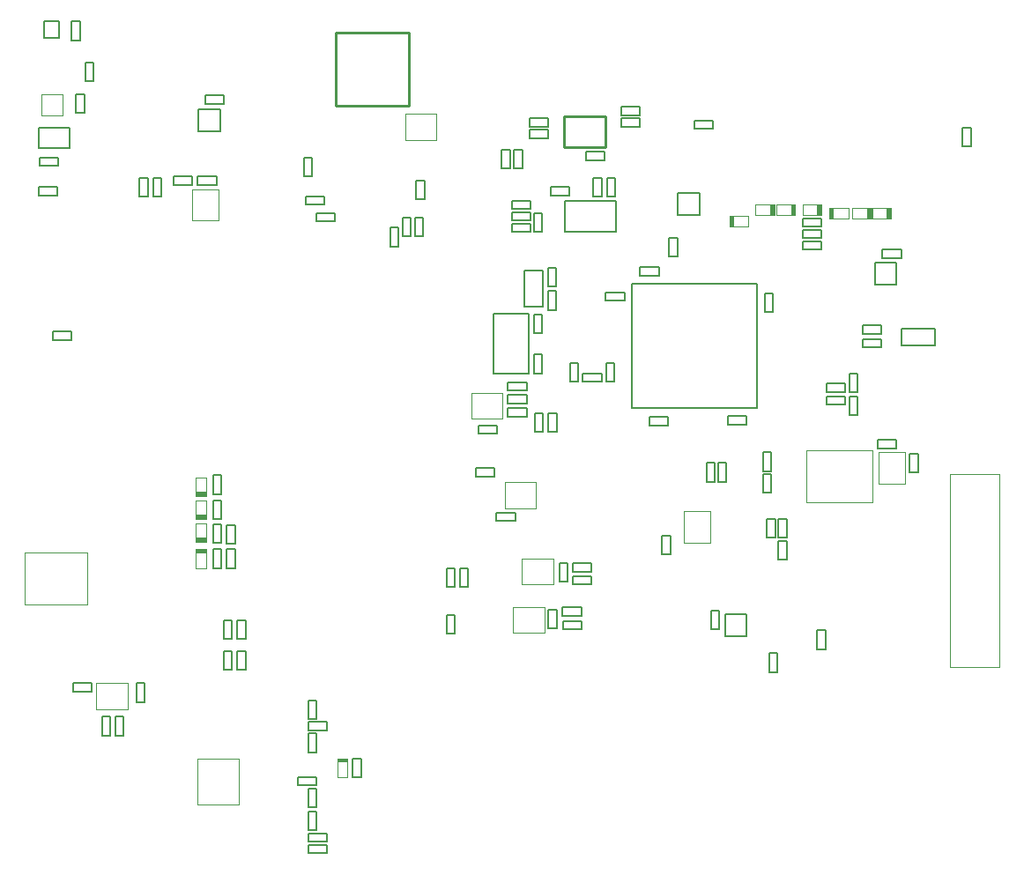
<source format=gbr>
%TF.GenerationSoftware,Altium Limited,Altium Designer,20.2.6 (244)*%
G04 Layer_Color=8388736*
%FSLAX45Y45*%
%MOMM*%
%TF.SameCoordinates,65E78103-6D03-462D-AAE3-041F84C347C7*%
%TF.FilePolarity,Positive*%
%TF.FileFunction,Other,Mechanical_2*%
%TF.Part,Single*%
G01*
G75*
%TA.AperFunction,NonConductor*%
%ADD87C,0.25400*%
%ADD90C,0.20000*%
%ADD92C,0.10000*%
%ADD138C,0.05000*%
G36*
X3600000Y1760000D02*
Y1720000D01*
X3500000D01*
Y1760000D01*
X3600000D01*
D02*
G37*
G36*
X2240001Y3770001D02*
Y3730000D01*
X2140001D01*
Y3770001D01*
X2240001D01*
D02*
G37*
G36*
X2140001Y3840000D02*
Y3880001D01*
X2240001D01*
Y3840000D01*
X2140001D01*
D02*
G37*
G36*
Y4060000D02*
Y4100000D01*
X2240001D01*
Y4060000D01*
X2140001D01*
D02*
G37*
G36*
Y4280000D02*
Y4320001D01*
X2240001D01*
Y4280000D01*
X2140001D01*
D02*
G37*
G36*
X7270000Y6970000D02*
X7310000D01*
Y6870000D01*
X7270000D01*
Y6970000D01*
D02*
G37*
G36*
X7700000Y6980000D02*
X7660000D01*
Y7080000D01*
X7700000D01*
Y6980000D01*
D02*
G37*
G36*
X7900000D02*
X7860000D01*
Y7080000D01*
X7900000D01*
Y6980000D01*
D02*
G37*
G36*
X8150000Y6980001D02*
X8110000D01*
Y7080001D01*
X8150000D01*
Y6980001D01*
D02*
G37*
G36*
X8230000Y7050000D02*
X8270000D01*
Y6950000D01*
X8230000D01*
Y7050000D01*
D02*
G37*
G36*
X8630000Y6950001D02*
X8590000D01*
Y7050000D01*
X8630000D01*
Y6950001D01*
D02*
G37*
G36*
X8820000D02*
X8780000D01*
Y7050000D01*
X8820000D01*
Y6950001D01*
D02*
G37*
D87*
X3488000Y8029999D02*
Y8730000D01*
Y8029999D02*
X4188000D01*
Y8730000D01*
X3488000D02*
X4188000D01*
X5680000Y7930000D02*
X6080000D01*
Y7630000D02*
Y7930000D01*
X5680000Y7630000D02*
X6080000D01*
X5680000D02*
Y7930000D01*
D90*
X630000Y7622500D02*
Y7822500D01*
X930000D01*
Y7622500D02*
Y7822500D01*
X630000Y7622500D02*
X930000D01*
X4630026Y2960000D02*
Y3140000D01*
X4550026Y2960000D02*
X4630026D01*
X4550026D02*
Y3140000D01*
X4630026D01*
X6334999Y5124999D02*
Y6325000D01*
Y5124999D02*
X7534999D01*
Y6325000D01*
X6334999D02*
X7534999D01*
X770000Y5860000D02*
X950000D01*
Y5780000D02*
Y5860000D01*
X770000Y5780000D02*
X950000D01*
X770000D02*
Y5860000D01*
X964976Y2402475D02*
Y2482475D01*
Y2402475D02*
X1144976D01*
Y2482475D01*
X964976D02*
X1144976D01*
X1240001Y1980000D02*
Y2160000D01*
X1320001D01*
Y1980000D02*
Y2160000D01*
X1240001Y1980000D02*
X1320001D01*
X1450001Y1980000D02*
Y2160000D01*
X1370001Y1980000D02*
X1450001D01*
X1370001D02*
Y2160000D01*
X1450001D01*
X1570001Y2302474D02*
X1650001D01*
Y2482475D01*
X1570001D02*
X1650001D01*
X1570001Y2302474D02*
Y2482475D01*
X2310001Y3590000D02*
Y3770000D01*
X2390001D01*
Y3590000D02*
Y3770000D01*
X2310001Y3590000D02*
X2390001D01*
Y3830000D02*
Y4010000D01*
X2310001Y3830000D02*
X2390001D01*
X2310001D02*
Y4010000D01*
X2390001D01*
Y4060000D02*
Y4240000D01*
X2310001Y4060000D02*
X2390001D01*
X2310001D02*
Y4240000D01*
X2390001D01*
Y4300000D02*
Y4480000D01*
X2310001Y4300000D02*
X2390001D01*
X2310001D02*
Y4480000D01*
X2390001D01*
X2440001Y3590000D02*
Y3770001D01*
X2520001D01*
Y3590000D02*
Y3770001D01*
X2440001Y3590000D02*
X2520001D01*
X2410001Y2610000D02*
X2490001D01*
Y2790000D01*
X2410001D02*
X2490001D01*
X2410001Y2610000D02*
Y2790000D01*
Y3090000D02*
X2490001D01*
X2410001Y2910000D02*
Y3090000D01*
Y2910000D02*
X2490001D01*
Y3090000D01*
X2520000Y3820000D02*
Y4000000D01*
X2440000Y3820000D02*
X2520000D01*
X2440000D02*
Y4000000D01*
X2520000D01*
X3400000Y960000D02*
Y1040000D01*
X3220000D02*
X3400000D01*
X3220000Y960000D02*
Y1040000D01*
Y960000D02*
X3400000D01*
X3220000Y1250000D02*
X3300000D01*
X3220000Y1070000D02*
Y1250000D01*
Y1070000D02*
X3300000D01*
Y1250000D01*
X3220000Y1290000D02*
X3300000D01*
Y1470000D01*
X3220000D02*
X3300000D01*
X3220000Y1290000D02*
Y1470000D01*
X3120000Y1500000D02*
Y1580000D01*
Y1500000D02*
X3300000D01*
Y1580000D01*
X3120000D02*
X3300000D01*
X3220000Y2000000D02*
X3300000D01*
X3220000Y1820000D02*
Y2000000D01*
Y1820000D02*
X3300000D01*
Y2000000D01*
X3220000Y2140000D02*
X3300000D01*
Y2320000D01*
X3220000D02*
X3300000D01*
X3220000Y2140000D02*
Y2320000D01*
X3220000Y850000D02*
Y930000D01*
Y850000D02*
X3400000D01*
Y930000D01*
X3220000D02*
X3400000D01*
Y2030000D02*
Y2110000D01*
X3220000D02*
X3400000D01*
X3220000Y2030000D02*
Y2110000D01*
Y2030000D02*
X3400000D01*
X2540001Y2610000D02*
X2620001D01*
Y2790000D01*
X2540001D02*
X2620001D01*
X2540001Y2610000D02*
Y2790000D01*
Y3090000D02*
X2620001D01*
X2540001Y2910000D02*
Y3090000D01*
Y2910000D02*
X2620001D01*
Y3090000D01*
X3650000Y1580000D02*
X3730000D01*
Y1760000D01*
X3650000D02*
X3730000D01*
X3650000Y1580000D02*
Y1760000D01*
X5030000Y4040000D02*
Y4120000D01*
Y4040000D02*
X5210001D01*
Y4120000D01*
X5030000D02*
X5210001D01*
X5010000Y4470000D02*
Y4550000D01*
X4830000D02*
X5010000D01*
X4830000Y4470000D02*
Y4550000D01*
Y4470000D02*
X5010000D01*
X4860000Y4880000D02*
X5040000D01*
X4860000D02*
Y4960000D01*
X5040000D01*
Y4880000D02*
Y4960000D01*
X5139999Y5125000D02*
X5320000D01*
Y5045000D02*
Y5125000D01*
X5139999Y5045000D02*
X5320000D01*
X5139999D02*
Y5125000D01*
Y5295050D02*
X5320000D01*
X5139999D02*
Y5375050D01*
X5320000D01*
Y5295050D02*
Y5375050D01*
X5399999Y4900000D02*
Y5080000D01*
X5479999D01*
Y4900000D02*
Y5080000D01*
X5399999Y4900000D02*
X5479999D01*
X5389999Y5459999D02*
Y5640000D01*
X5469999D01*
Y5459999D02*
Y5640000D01*
X5389999Y5459999D02*
X5469999D01*
Y5844974D02*
Y6024974D01*
X5389999Y5844974D02*
X5469999D01*
X5389999D02*
Y6024974D01*
X5469999D01*
X5605025Y6070000D02*
Y6250000D01*
X5525025Y6070000D02*
X5605025D01*
X5525025D02*
Y6250000D01*
X5605025D01*
X5525025Y6295025D02*
Y6475025D01*
X5605025D01*
Y6295025D02*
Y6475025D01*
X5525025Y6295025D02*
X5605025D01*
X5529999Y4900000D02*
Y5080000D01*
X5609999D01*
Y4900000D02*
Y5080000D01*
X5529999Y4900000D02*
X5609999D01*
X5814974Y5380000D02*
Y5560000D01*
X5734975Y5380000D02*
X5814974D01*
X5734975D02*
Y5560000D01*
X5814974D01*
X5860000Y5460000D02*
X6040000D01*
Y5380000D02*
Y5460000D01*
X5860000Y5380000D02*
X6040000D01*
X5860000D02*
Y5460000D01*
X6079999Y6239974D02*
X6259999D01*
Y6159974D02*
Y6239974D01*
X6079999Y6159974D02*
X6259999D01*
X6079999D02*
Y6239974D01*
X6500000Y5040000D02*
X6680000D01*
Y4960000D02*
Y5040000D01*
X6500000Y4960000D02*
X6680000D01*
X6500000D02*
Y5040000D01*
X6410000Y6400000D02*
X6590000D01*
X6410000D02*
Y6480000D01*
X6590000D01*
Y6400000D02*
Y6480000D01*
X7249999Y5049974D02*
X7429999D01*
Y4969974D02*
Y5049974D01*
X7249999Y4969974D02*
X7429999D01*
X7249999D02*
Y5049974D01*
X7609999Y6050000D02*
Y6230000D01*
X7689999D01*
Y6050000D02*
Y6230000D01*
X7609999Y6050000D02*
X7689999D01*
X8549999Y5790000D02*
X8729999D01*
Y5710000D02*
Y5790000D01*
X8549999Y5710000D02*
X8729999D01*
X8549999D02*
Y5790000D01*
Y5920000D02*
X8729999D01*
Y5840000D02*
Y5920000D01*
X8549999Y5840000D02*
X8729999D01*
X8549999D02*
Y5920000D01*
X5000000Y5459999D02*
X5339999D01*
Y6030000D01*
X5000000D02*
X5339999D01*
X5000000Y5459999D02*
Y6030000D01*
X5139999Y5250025D02*
X5320000D01*
Y5170025D02*
Y5250025D01*
X5139999Y5170025D02*
X5320000D01*
X5139999D02*
Y5250025D01*
X5299999Y6450000D02*
X5479999D01*
X5299999Y6100000D02*
Y6450000D01*
Y6100000D02*
X5479999D01*
Y6450000D01*
X6165025Y5380000D02*
Y5560000D01*
X6085025Y5380000D02*
X6165025D01*
X6085025D02*
Y5560000D01*
X6165025D01*
X6690000Y6580000D02*
Y6760000D01*
X6770000D01*
Y6580000D02*
Y6760000D01*
X6690000Y6580000D02*
X6770000D01*
X8922500Y5885000D02*
X9240000D01*
Y5727500D02*
Y5885000D01*
X8922500Y5727500D02*
X9240000D01*
X8922500D02*
Y5885000D01*
X6090000Y7160000D02*
Y7340000D01*
X6170000D01*
Y7160000D02*
Y7340000D01*
X6090000Y7160000D02*
X6170000D01*
X5960000D02*
Y7340000D01*
X6040000D01*
Y7160000D02*
Y7340000D01*
X5960000Y7160000D02*
X6040000D01*
X990000Y8140000D02*
X1070000D01*
X990000Y7960000D02*
Y8140000D01*
Y7960000D02*
X1070000D01*
Y8140000D01*
X950000Y8660000D02*
X1030000D01*
Y8840000D01*
X950000D02*
X1030000D01*
X950000Y8660000D02*
Y8840000D01*
X680001Y8679999D02*
Y8839999D01*
Y8679999D02*
X830001D01*
Y8839999D01*
X680001D02*
X830001D01*
X3200000Y7160000D02*
X3380000D01*
Y7080000D02*
Y7160000D01*
X3200000Y7080000D02*
X3380000D01*
X3200000D02*
Y7160000D01*
X3180000Y7350000D02*
Y7530000D01*
X3260000D01*
Y7350000D02*
Y7530000D01*
X3180000Y7350000D02*
X3260000D01*
X4128000Y6779999D02*
Y6960000D01*
X4208000D01*
Y6779999D02*
Y6960000D01*
X4128000Y6779999D02*
X4208000D01*
X4248000D02*
Y6960000D01*
X4328000D01*
Y6779999D02*
Y6960000D01*
X4248000Y6779999D02*
X4328000D01*
X4258000Y7129999D02*
Y7310000D01*
X4338000D01*
Y7129999D02*
Y7310000D01*
X4258000Y7129999D02*
X4338000D01*
X2165000Y7995001D02*
X2375000D01*
Y7785001D02*
Y7995001D01*
X2165000Y7785001D02*
X2375000D01*
X2165000D02*
Y7995001D01*
X1080000Y8270000D02*
X1160000D01*
Y8450000D01*
X1080000D02*
X1160000D01*
X1080000Y8270000D02*
Y8450000D01*
X3300000Y6920000D02*
X3480000D01*
X3300000D02*
Y7000000D01*
X3480000D01*
Y6920000D02*
Y7000000D01*
X2410000Y8050001D02*
Y8130001D01*
X2230000D02*
X2410000D01*
X2230000Y8050001D02*
Y8130001D01*
Y8050001D02*
X2410000D01*
X4088000Y6679999D02*
Y6859999D01*
X4008000Y6679999D02*
X4088000D01*
X4008000D02*
Y6859999D01*
X4088000D01*
X5180000Y6818000D02*
X5360000D01*
X5180000D02*
Y6898000D01*
X5360000D01*
Y6818000D02*
Y6898000D01*
X5470000Y6820000D02*
Y7000000D01*
X5390000Y6820000D02*
X5470000D01*
X5390000D02*
Y7000000D01*
X5470000D01*
X5180000Y6928000D02*
X5360000D01*
X5180000D02*
Y7008000D01*
X5360000D01*
Y6928000D02*
Y7008000D01*
X5550000Y7250000D02*
X5730000D01*
Y7170000D02*
Y7250000D01*
X5550000Y7170000D02*
X5730000D01*
X5550000D02*
Y7250000D01*
X6180000Y6818000D02*
Y7118000D01*
X5690000D02*
X6180000D01*
X5690000Y6818000D02*
Y7118000D01*
Y6818000D02*
X6180000D01*
X5180000Y7038000D02*
X5360000D01*
X5180000D02*
Y7118000D01*
X5360000D01*
Y7038000D02*
Y7118000D01*
X2110000Y7270000D02*
Y7350000D01*
X1930000D02*
X2110000D01*
X1930000Y7270000D02*
Y7350000D01*
Y7270000D02*
X2110000D01*
X820000Y7454775D02*
Y7534775D01*
X640000D02*
X820000D01*
X640000Y7454775D02*
Y7534775D01*
Y7454775D02*
X820000D01*
X1680000Y7160000D02*
Y7340000D01*
X1600000Y7160000D02*
X1680000D01*
X1600000D02*
Y7340000D01*
X1680000D01*
X1810000Y7160000D02*
Y7340000D01*
X1730000Y7160000D02*
X1810000D01*
X1730000D02*
Y7340000D01*
X1810000D01*
X810000Y7170000D02*
Y7250000D01*
X630000D02*
X810000D01*
X630000Y7170000D02*
Y7250000D01*
Y7170000D02*
X810000D01*
X2340000Y7270000D02*
Y7350000D01*
X2160000D02*
X2340000D01*
X2160000Y7270000D02*
Y7350000D01*
Y7270000D02*
X2340000D01*
X5200000Y7430000D02*
Y7610000D01*
X5280000D01*
Y7430000D02*
Y7610000D01*
X5200000Y7430000D02*
X5280000D01*
X5080000D02*
Y7610000D01*
X5160000D01*
Y7430000D02*
Y7610000D01*
X5080000Y7430000D02*
X5160000D01*
X5350000Y7720000D02*
Y7800000D01*
Y7720000D02*
X5530000D01*
Y7800000D01*
X5350000D02*
X5530000D01*
X5350000Y7830000D02*
Y7910000D01*
Y7830000D02*
X5530000D01*
Y7910000D01*
X5350000D02*
X5530000D01*
X5890000Y7510000D02*
Y7590000D01*
Y7510000D02*
X6070000D01*
Y7590000D01*
X5890000D02*
X6070000D01*
X6410000Y7830000D02*
Y7910000D01*
X6230000D02*
X6410000D01*
X6230000Y7830000D02*
Y7910000D01*
Y7830000D02*
X6410000D01*
X6775000Y7195000D02*
X6985000D01*
Y6985000D02*
Y7195000D01*
X6775000Y6985000D02*
X6985000D01*
X6775000D02*
Y7195000D01*
X6930001Y7807975D02*
Y7887975D01*
Y7807975D02*
X7110001D01*
Y7887975D01*
X6930001D02*
X7110001D01*
X8665000Y6525000D02*
X8875000D01*
Y6315000D02*
Y6525000D01*
X8665000Y6315000D02*
X8875000D01*
X8665000D02*
Y6525000D01*
X7970000Y6760001D02*
Y6840001D01*
Y6760001D02*
X8150000D01*
Y6840001D01*
X7970000D02*
X8150000D01*
X7970000Y6650001D02*
Y6730001D01*
Y6650001D02*
X8150000D01*
Y6730001D01*
X7970000D02*
X8150000D01*
X7970000Y6870001D02*
Y6950001D01*
Y6870001D02*
X8150000D01*
Y6950001D01*
X7970000D02*
X8150000D01*
X8740000Y6570000D02*
Y6650000D01*
Y6570000D02*
X8920000D01*
Y6650000D01*
X8740000D02*
X8920000D01*
X6230000Y7940000D02*
Y8020000D01*
Y7940000D02*
X6410000D01*
Y8020000D01*
X6230000D02*
X6410000D01*
X4550001Y3410000D02*
Y3590000D01*
X4630001D01*
Y3410000D02*
Y3590000D01*
X4550001Y3410000D02*
X4630001D01*
X4680001Y3410000D02*
Y3590000D01*
X4760001D01*
Y3410000D02*
Y3590000D01*
X4680001Y3410000D02*
X4760001D01*
X6620001Y3720000D02*
X6700001D01*
Y3900000D01*
X6620001D02*
X6700001D01*
X6620001Y3720000D02*
Y3900000D01*
X7090000Y2999999D02*
X7170000D01*
Y3179999D01*
X7090000D02*
X7170000D01*
X7090000Y2999999D02*
Y3179999D01*
X7225000Y2934999D02*
Y3145000D01*
X7435000D01*
Y2934999D02*
Y3145000D01*
X7225000Y2934999D02*
X7435000D01*
X7160000Y4600000D02*
X7240000D01*
X7160000Y4420000D02*
Y4600000D01*
Y4420000D02*
X7240000D01*
Y4600000D01*
X7590000Y4310000D02*
X7670000D01*
Y4490000D01*
X7590000D02*
X7670000D01*
X7590000Y4310000D02*
Y4490000D01*
Y4700000D02*
X7670000D01*
X7590000Y4520000D02*
Y4700000D01*
Y4520000D02*
X7670000D01*
Y4700000D01*
X7050000Y4600000D02*
X7130000D01*
X7050000Y4420000D02*
Y4600000D01*
Y4420000D02*
X7130000D01*
Y4600000D01*
X9510000Y7820000D02*
X9590000D01*
X9510000Y7640000D02*
Y7820000D01*
Y7640000D02*
X9590000D01*
Y7820000D01*
X5530001Y3010001D02*
X5610001D01*
Y3190001D01*
X5530001D02*
X5610001D01*
X5530001Y3010001D02*
Y3190001D01*
X5844954Y3130001D02*
Y3210001D01*
X5664953D02*
X5844954D01*
X5664953Y3130001D02*
Y3210001D01*
Y3130001D02*
X5844954D01*
X5850001Y3000001D02*
Y3080001D01*
X5670001D02*
X5850001D01*
X5670001Y3000001D02*
Y3080001D01*
Y3000001D02*
X5850001D01*
X5634976Y3454975D02*
X5714976D01*
Y3634975D01*
X5634976D02*
X5714976D01*
X5634976Y3454975D02*
Y3634975D01*
X5940001Y3554976D02*
Y3634975D01*
X5760001D02*
X5940001D01*
X5760001Y3554976D02*
Y3634975D01*
Y3554976D02*
X5940001D01*
Y3429950D02*
Y3509950D01*
X5760001D02*
X5940001D01*
X5760001Y3429950D02*
Y3509950D01*
Y3429950D02*
X5940001D01*
X7650000Y2770000D02*
X7730000D01*
X7650000Y2590000D02*
Y2770000D01*
Y2590000D02*
X7730000D01*
Y2770000D01*
X8420000Y5060000D02*
Y5240000D01*
X8500000D01*
Y5060000D02*
Y5240000D01*
X8420000Y5060000D02*
X8500000D01*
Y5280000D02*
Y5460000D01*
X8420000Y5280000D02*
X8500000D01*
X8420000D02*
Y5460000D01*
X8500000D01*
X8200000Y5240000D02*
X8380000D01*
Y5160000D02*
Y5240000D01*
X8200000Y5160000D02*
X8380000D01*
X8200000D02*
Y5240000D01*
X7630000Y3880000D02*
Y4060000D01*
X7710000D01*
Y3880000D02*
Y4060000D01*
X7630000Y3880000D02*
X7710000D01*
X7740000D02*
Y4060000D01*
X7820000D01*
Y3880000D02*
Y4060000D01*
X7740000Y3880000D02*
X7820000D01*
X9000001Y4510000D02*
Y4690000D01*
X9080001D01*
Y4510000D02*
Y4690000D01*
X9000001Y4510000D02*
X9080001D01*
X8690001Y4740000D02*
X8870001D01*
X8690001D02*
Y4820000D01*
X8870001D01*
Y4740000D02*
Y4820000D01*
X7740000Y3670000D02*
Y3850000D01*
X7820000D01*
Y3670000D02*
Y3850000D01*
X7740000Y3670000D02*
X7820000D01*
X8200000Y5360000D02*
X8380000D01*
Y5280000D02*
Y5360000D01*
X8200000Y5280000D02*
X8380000D01*
X8200000D02*
Y5360000D01*
X8110001Y2810000D02*
Y2990000D01*
X8190001D01*
Y2810000D02*
Y2990000D01*
X8110001Y2810000D02*
X8190001D01*
D92*
X2357500Y6929975D02*
Y7229975D01*
X2107500D02*
X2357500D01*
X2107500Y6929975D02*
Y7229975D01*
Y6929975D02*
X2357500D01*
X2157500Y1320000D02*
Y1760000D01*
X2557500D01*
Y1320000D02*
Y1760000D01*
X2157500Y1320000D02*
X2557500D01*
X500000Y3740000D02*
X1100000D01*
Y3240000D02*
Y3740000D01*
X500000Y3240000D02*
X1100000D01*
X500000D02*
Y3740000D01*
X1185001Y2232475D02*
Y2482475D01*
Y2232475D02*
X1485001D01*
Y2482475D01*
X1185001D02*
X1485001D01*
X5110000Y4415000D02*
X5410000D01*
Y4165000D02*
Y4415000D01*
X5110000Y4165000D02*
X5410000D01*
X5110000D02*
Y4415000D01*
X4789999Y5275000D02*
X5089999D01*
Y5025000D02*
Y5275000D01*
X4789999Y5025000D02*
X5089999D01*
X4789999D02*
Y5275000D01*
X860001Y7940000D02*
Y8140000D01*
X660001D02*
X860001D01*
X660001Y7940000D02*
Y8140000D01*
Y7940000D02*
X860001D01*
X4153000Y7955000D02*
X4453000D01*
Y7705000D02*
Y7955000D01*
X4153000Y7705000D02*
X4453000D01*
X4153000D02*
Y7955000D01*
X6832501Y4135000D02*
X7082501D01*
Y3835000D02*
Y4135000D01*
X6832501Y3835000D02*
X7082501D01*
X6832501D02*
Y4135000D01*
X5189976Y2965026D02*
Y3215026D01*
Y2965026D02*
X5489976D01*
Y3215026D01*
X5189976D02*
X5489976D01*
X5275001Y3430001D02*
Y3680001D01*
Y3430001D02*
X5575001D01*
Y3680001D01*
X5275001D02*
X5575001D01*
X8010001Y4220000D02*
Y4720000D01*
Y4220000D02*
X8640001D01*
Y4720000D01*
X8010001D02*
X8640001D01*
X9390001Y2640000D02*
Y4490000D01*
X9860001D01*
Y2640000D02*
Y4490000D01*
X9390001Y2640000D02*
X9860001D01*
X8955001Y4400000D02*
Y4700000D01*
X8705001Y4400000D02*
X8955001D01*
X8705001D02*
Y4700000D01*
X8955001D01*
D138*
X3500000Y1760000D02*
X3600000D01*
Y1580000D02*
Y1760000D01*
X3500000Y1580000D02*
X3600000D01*
X3500000D02*
Y1760000D01*
X2140001Y3590000D02*
Y3770001D01*
Y3590000D02*
X2240001D01*
Y3770001D01*
X2140001D02*
X2240001D01*
Y3840000D02*
Y4020001D01*
X2140001D02*
X2240001D01*
X2140001Y3840000D02*
Y4020001D01*
Y3840000D02*
X2240001D01*
Y4060000D02*
Y4240000D01*
X2140001D02*
X2240001D01*
X2140001Y4060000D02*
Y4240000D01*
Y4060000D02*
X2240001D01*
Y4280000D02*
Y4460000D01*
X2140001D02*
X2240001D01*
X2140001Y4280000D02*
Y4460000D01*
Y4280000D02*
X2240001D01*
X7270000Y6870000D02*
Y6970000D01*
X7450000D01*
Y6870000D02*
Y6970000D01*
X7270000Y6870000D02*
X7450000D01*
X8150000Y6980001D02*
Y7080001D01*
X7970000Y6980001D02*
X8150000D01*
X7970000D02*
Y7080001D01*
X8150000D01*
X8230000Y6950000D02*
Y7050000D01*
X8410000D01*
Y6950000D02*
Y7050000D01*
X8230000Y6950000D02*
X8410000D01*
X8630000Y6950001D02*
Y7050000D01*
X8450000Y6950001D02*
X8630000D01*
X8450000D02*
Y7050000D01*
X8630000D01*
X8820000Y6950001D02*
Y7050000D01*
X8640000Y6950001D02*
X8820000D01*
X8640000D02*
Y7050000D01*
X8820000D01*
X7700000Y6980000D02*
Y7080000D01*
X7520000Y6980000D02*
X7700000D01*
X7520000D02*
Y7080000D01*
X7700000D01*
X7900000Y6980000D02*
Y7080000D01*
X7720000Y6980000D02*
X7900000D01*
X7720000D02*
Y7080000D01*
X7900000D01*
%TF.MD5,304a8b00d24fc8dd4e45372d755d495e*%
M02*

</source>
